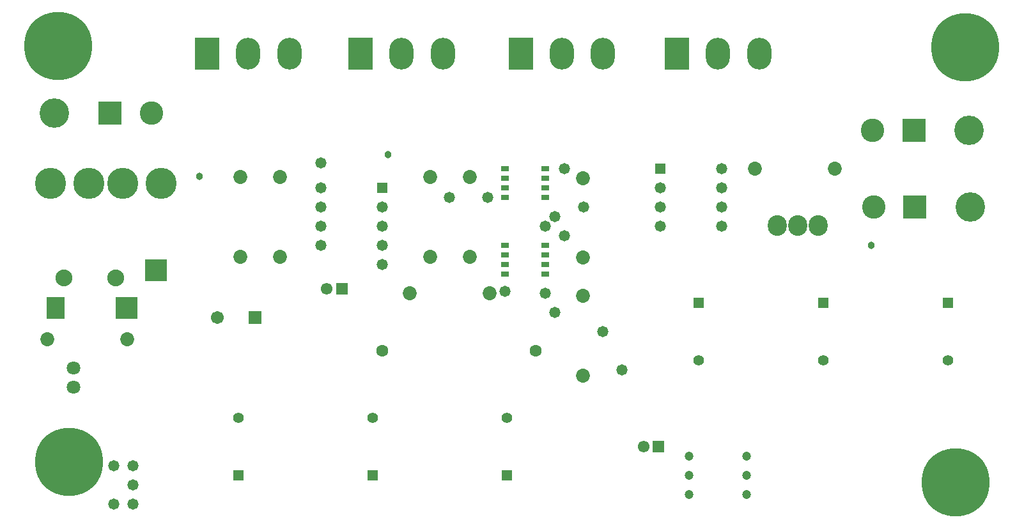
<source format=gts>
G04 Layer_Color=8388736*
%FSLAX25Y25*%
%MOIN*%
G70*
G01*
G75*
%ADD43R,0.04343X0.02572*%
%ADD44C,0.03800*%
%ADD45R,0.11824X0.11824*%
%ADD46R,0.09461X0.11800*%
%ADD47C,0.06312*%
%ADD48C,0.05800*%
%ADD49R,0.05800X0.05800*%
%ADD50C,0.04737*%
%ADD51C,0.07099*%
%ADD52C,0.07296*%
%ADD53C,0.05524*%
%ADD54R,0.05524X0.05524*%
%ADD55C,0.06706*%
%ADD56R,0.06706X0.06706*%
%ADD57R,0.06115X0.06115*%
%ADD58C,0.06115*%
%ADD59C,0.08800*%
%ADD60C,0.35524*%
%ADD61R,0.12611X0.16548*%
%ADD62O,0.12611X0.16548*%
%ADD63C,0.12217*%
%ADD64R,0.12217X0.12217*%
%ADD65C,0.15367*%
%ADD66C,0.16248*%
%ADD67O,0.09855X0.10800*%
D43*
X375000Y360000D02*
D03*
Y370000D02*
D03*
Y375000D02*
D03*
Y365000D02*
D03*
X353740Y360000D02*
D03*
Y365000D02*
D03*
Y370000D02*
D03*
Y375000D02*
D03*
X375000Y400000D02*
D03*
Y410000D02*
D03*
Y415000D02*
D03*
Y405000D02*
D03*
X353740Y400000D02*
D03*
Y405000D02*
D03*
Y410000D02*
D03*
Y415000D02*
D03*
D44*
X194500Y411000D02*
D03*
X293000Y422500D02*
D03*
X545000Y375000D02*
D03*
D45*
X156500Y342500D02*
D03*
X172000Y362000D02*
D03*
D46*
X119500Y342500D02*
D03*
D47*
X290000Y320000D02*
D03*
X370000D02*
D03*
D48*
X467000Y385000D02*
D03*
Y395000D02*
D03*
Y405000D02*
D03*
Y415000D02*
D03*
X435000Y385000D02*
D03*
Y395000D02*
D03*
Y405000D02*
D03*
X258000Y375000D02*
D03*
Y385000D02*
D03*
Y395000D02*
D03*
Y405000D02*
D03*
X290000Y375000D02*
D03*
Y385000D02*
D03*
Y395000D02*
D03*
X160000Y260000D02*
D03*
Y240000D02*
D03*
Y250000D02*
D03*
X415000Y310000D02*
D03*
X150000Y240000D02*
D03*
Y260000D02*
D03*
X380000Y340000D02*
D03*
X405000Y330000D02*
D03*
X290000Y365000D02*
D03*
X258000Y418000D02*
D03*
X385000Y380000D02*
D03*
X395000Y395000D02*
D03*
X375000Y350000D02*
D03*
Y385000D02*
D03*
X353740Y351260D02*
D03*
X325000Y400000D02*
D03*
X380000Y390000D02*
D03*
X345000Y400000D02*
D03*
X385000Y415000D02*
D03*
D49*
X435000D02*
D03*
X290000Y405000D02*
D03*
D50*
X450000Y265000D02*
D03*
Y245000D02*
D03*
Y255000D02*
D03*
X480000Y265000D02*
D03*
Y245000D02*
D03*
Y255000D02*
D03*
D51*
X129000Y301000D02*
D03*
Y311000D02*
D03*
D52*
X156768Y326000D02*
D03*
X115232D02*
D03*
X345768Y350000D02*
D03*
X304232D02*
D03*
X236500Y410768D02*
D03*
Y369232D02*
D03*
X335500Y410768D02*
D03*
Y369232D02*
D03*
X315000Y410768D02*
D03*
Y369232D02*
D03*
X394500Y410268D02*
D03*
Y368732D02*
D03*
X484232Y415000D02*
D03*
X525768D02*
D03*
X394500Y307232D02*
D03*
Y348768D02*
D03*
X216000Y410768D02*
D03*
Y369232D02*
D03*
D53*
X355000Y285000D02*
D03*
X285000D02*
D03*
X215000D02*
D03*
X585000Y315000D02*
D03*
X520000D02*
D03*
X455000D02*
D03*
D54*
X355000Y255000D02*
D03*
X285000D02*
D03*
X215000D02*
D03*
X585000Y345000D02*
D03*
X520000D02*
D03*
X455000D02*
D03*
D55*
X203815Y337500D02*
D03*
D56*
X223500D02*
D03*
D57*
X268874Y352500D02*
D03*
X433937Y270000D02*
D03*
D58*
X261000Y352500D02*
D03*
X426063Y270000D02*
D03*
D59*
X124000Y358000D02*
D03*
X151000D02*
D03*
D60*
X121000Y479000D02*
D03*
X594000Y478500D02*
D03*
X589000Y251500D02*
D03*
X126500Y262000D02*
D03*
D61*
X278543Y475000D02*
D03*
X198543D02*
D03*
X362087D02*
D03*
X443543D02*
D03*
D62*
X300000D02*
D03*
X321457D02*
D03*
X220000D02*
D03*
X241457D02*
D03*
X383543D02*
D03*
X405000D02*
D03*
X465000D02*
D03*
X486457D02*
D03*
D63*
X169394Y444000D02*
D03*
X546035Y395000D02*
D03*
X545535Y435000D02*
D03*
D64*
X147740Y444000D02*
D03*
X567689Y395000D02*
D03*
X567189Y435000D02*
D03*
D65*
X119000Y444000D02*
D03*
X596429Y395000D02*
D03*
X595929Y435000D02*
D03*
D66*
X136784Y407500D02*
D03*
X154500D02*
D03*
X116705Y407500D02*
D03*
X174579Y407500D02*
D03*
D67*
X517130Y385500D02*
D03*
X506500D02*
D03*
X495870D02*
D03*
M02*

</source>
